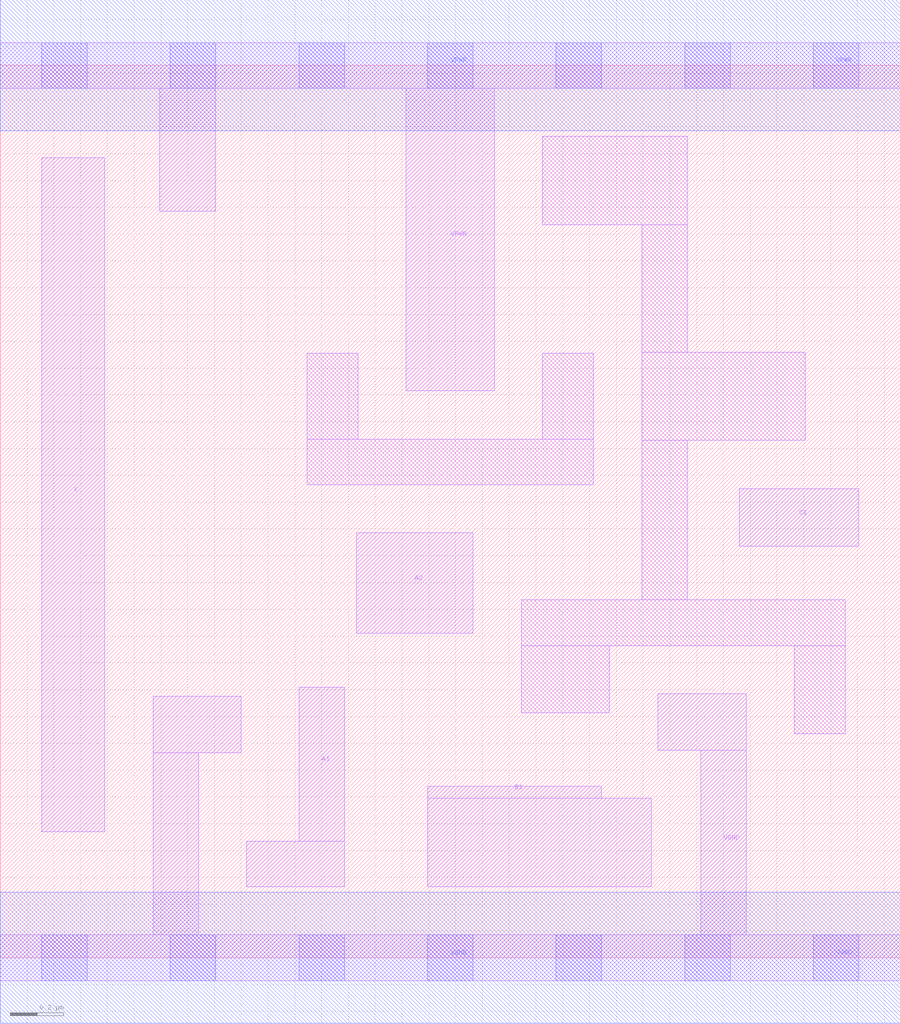
<source format=lef>
# Copyright 2020 The SkyWater PDK Authors
#
# Licensed under the Apache License, Version 2.0 (the "License");
# you may not use this file except in compliance with the License.
# You may obtain a copy of the License at
#
#     https://www.apache.org/licenses/LICENSE-2.0
#
# Unless required by applicable law or agreed to in writing, software
# distributed under the License is distributed on an "AS IS" BASIS,
# WITHOUT WARRANTIES OR CONDITIONS OF ANY KIND, either express or implied.
# See the License for the specific language governing permissions and
# limitations under the License.
#
# SPDX-License-Identifier: Apache-2.0

VERSION 5.7 ;
  NAMESCASESENSITIVE ON ;
  NOWIREEXTENSIONATPIN ON ;
  DIVIDERCHAR "/" ;
  BUSBITCHARS "[]" ;
UNITS
  DATABASE MICRONS 200 ;
END UNITS
MACRO sky130_fd_sc_lp__a211o_m
  CLASS CORE ;
  SOURCE USER ;
  FOREIGN sky130_fd_sc_lp__a211o_m ;
  ORIGIN  0.000000  0.000000 ;
  SIZE  3.360000 BY  3.330000 ;
  SYMMETRY X Y R90 ;
  SITE unit ;
  PIN A1
    ANTENNAGATEAREA  0.126000 ;
    DIRECTION INPUT ;
    USE SIGNAL ;
    PORT
      LAYER li1 ;
        RECT 0.920000 0.265000 1.285000 0.435000 ;
        RECT 1.115000 0.435000 1.285000 1.010000 ;
    END
  END A1
  PIN A2
    ANTENNAGATEAREA  0.126000 ;
    DIRECTION INPUT ;
    USE SIGNAL ;
    PORT
      LAYER li1 ;
        RECT 1.330000 1.210000 1.765000 1.585000 ;
    END
  END A2
  PIN B1
    ANTENNAGATEAREA  0.126000 ;
    DIRECTION INPUT ;
    USE SIGNAL ;
    PORT
      LAYER li1 ;
        RECT 1.595000 0.265000 2.430000 0.595000 ;
        RECT 1.595000 0.595000 2.245000 0.640000 ;
    END
  END B1
  PIN C1
    ANTENNAGATEAREA  0.126000 ;
    DIRECTION INPUT ;
    USE SIGNAL ;
    PORT
      LAYER li1 ;
        RECT 2.760000 1.535000 3.205000 1.750000 ;
    END
  END C1
  PIN X
    ANTENNADIFFAREA  0.222600 ;
    DIRECTION OUTPUT ;
    USE SIGNAL ;
    PORT
      LAYER li1 ;
        RECT 0.155000 0.470000 0.390000 2.985000 ;
    END
  END X
  PIN VGND
    DIRECTION INOUT ;
    USE GROUND ;
    PORT
      LAYER li1 ;
        RECT 0.000000 -0.085000 3.360000 0.085000 ;
        RECT 0.570000  0.085000 0.740000 0.765000 ;
        RECT 0.570000  0.765000 0.900000 0.975000 ;
        RECT 2.455000  0.775000 2.785000 0.985000 ;
        RECT 2.615000  0.085000 2.785000 0.775000 ;
      LAYER mcon ;
        RECT 0.155000 -0.085000 0.325000 0.085000 ;
        RECT 0.635000 -0.085000 0.805000 0.085000 ;
        RECT 1.115000 -0.085000 1.285000 0.085000 ;
        RECT 1.595000 -0.085000 1.765000 0.085000 ;
        RECT 2.075000 -0.085000 2.245000 0.085000 ;
        RECT 2.555000 -0.085000 2.725000 0.085000 ;
        RECT 3.035000 -0.085000 3.205000 0.085000 ;
      LAYER met1 ;
        RECT 0.000000 -0.245000 3.360000 0.245000 ;
    END
  END VGND
  PIN VPWR
    DIRECTION INOUT ;
    USE POWER ;
    PORT
      LAYER li1 ;
        RECT 0.000000 3.245000 3.360000 3.415000 ;
        RECT 0.595000 2.785000 0.805000 3.245000 ;
        RECT 1.515000 2.115000 1.845000 3.245000 ;
      LAYER mcon ;
        RECT 0.155000 3.245000 0.325000 3.415000 ;
        RECT 0.635000 3.245000 0.805000 3.415000 ;
        RECT 1.115000 3.245000 1.285000 3.415000 ;
        RECT 1.595000 3.245000 1.765000 3.415000 ;
        RECT 2.075000 3.245000 2.245000 3.415000 ;
        RECT 2.555000 3.245000 2.725000 3.415000 ;
        RECT 3.035000 3.245000 3.205000 3.415000 ;
      LAYER met1 ;
        RECT 0.000000 3.085000 3.360000 3.575000 ;
    END
  END VPWR
  OBS
    LAYER li1 ;
      RECT 1.145000 1.765000 2.215000 1.935000 ;
      RECT 1.145000 1.935000 1.335000 2.255000 ;
      RECT 1.945000 0.915000 2.275000 1.165000 ;
      RECT 1.945000 1.165000 3.155000 1.335000 ;
      RECT 2.025000 1.935000 2.215000 2.255000 ;
      RECT 2.025000 2.735000 2.565000 3.065000 ;
      RECT 2.395000 1.335000 2.565000 1.930000 ;
      RECT 2.395000 1.930000 3.005000 2.260000 ;
      RECT 2.395000 2.260000 2.565000 2.735000 ;
      RECT 2.965000 0.835000 3.155000 1.165000 ;
  END
END sky130_fd_sc_lp__a211o_m

</source>
